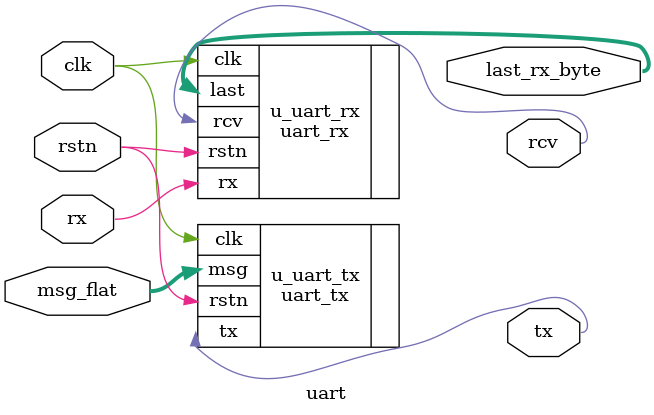
<source format=v>

`default_nettype none

module uart #(
    parameter MSG_LEN       = 1,
    parameter DELAY_CYCLES  = 0
)(
    input  wire                  clk,            // System clock (12 MHz)
    input  wire                  rstn,           // Active-low reset

    // UART interface
    input  wire                  rx,             // UART RX line (input)
    output wire                  tx,             // UART TX line (output)

    // TX message input
    input  wire [8*MSG_LEN-1:0]  msg_flat,       // Flattened message to send

    // RX output
    output wire [7:0]            last_rx_byte,   // Last received byte
    output wire                  rcv             // High for 1 clk when a byte is received
);

// Transmitter
uart_tx #(
    .MSG_LEN(MSG_LEN),
    .DELAY_CYCLES(DELAY_CYCLES)
) u_uart_tx (
    .clk(clk),
    .rstn(rstn),
    .msg(msg_flat),
    .tx(tx)
);

// Receiver
uart_rx u_uart_rx (
    .clk(clk),
    .rstn(rstn),
    .rx(rx),
    .last(last_rx_byte),
    .rcv(rcv)
);

endmodule
</source>
